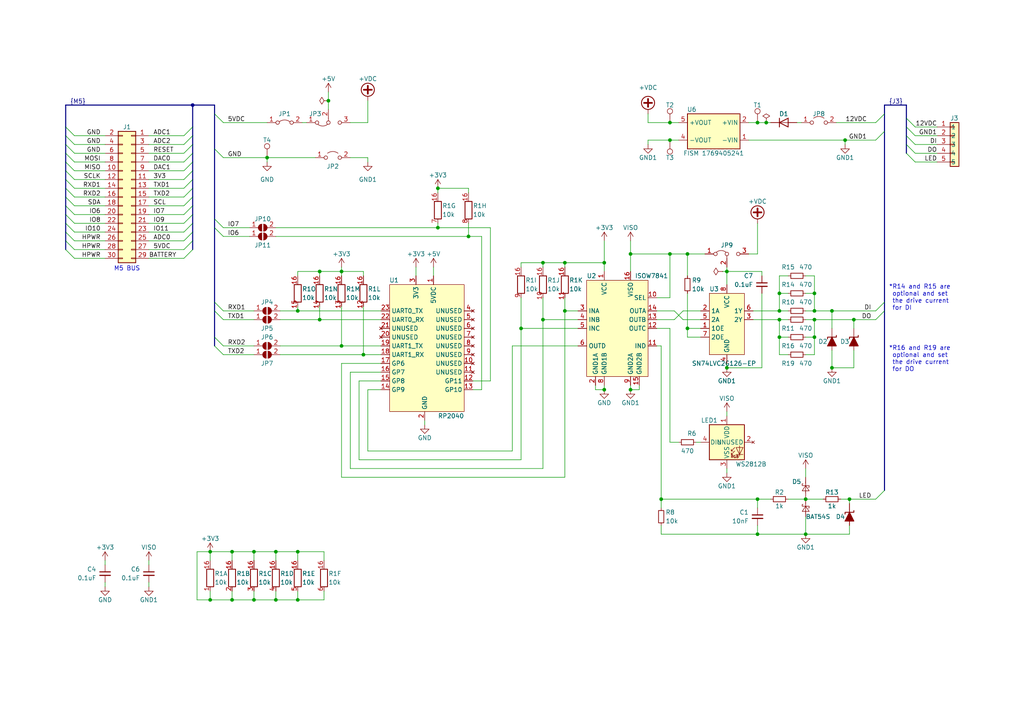
<source format=kicad_sch>
(kicad_sch (version 20230121) (generator eeschema)
  (paper "A4")
  (title_block (title "M5 Stack Wiegand Emulator") (rev "0"))
  (bus_alias "J3" (members "12VDC" "GND1" "DI" "DO" "LED"))
  (bus_alias "M5" (members "GND" "5VDC" "3V3" "BATTERY" "RESET" "RXD1" "TXD1" "RXD2" "TXD2" "ADC0" "ADC1" "ADC2" "DAC0" "DAC1" "MOSI" "MISO" "IO6" "IO8" "IO10" "IO7" "IO9" "IO11" "SCLK" "SDA" "HPWR" "SCL"))
  (junction (at 157.48 92.71))
  (junction (at 194.31 73.66))
  (junction (at 86.36 173.99))
  (junction (at 175.26 113.03))
  (junction (at 105.41 102.87))
  (junction (at 222.25 35.56))
  (junction (at 60.96 160.02))
  (junction (at 163.83 76.2))
  (junction (at 86.36 90.17))
  (junction (at 135.89 68.58))
  (junction (at 182.88 113.03))
  (junction (at 194.31 40.64))
  (junction (at 233.68 144.78))
  (junction (at 95.25 29.21))
  (junction (at 80.01 173.99))
  (junction (at 233.68 154.94))
  (junction (at 236.22 97.79))
  (junction (at 236.22 92.71))
  (junction (at 60.96 173.99))
  (junction (at 191.77 144.78))
  (junction (at 77.47 45.72))
  (junction (at 199.39 73.66))
  (junction (at 219.71 144.78))
  (junction (at 151.13 95.25))
  (junction (at 182.88 73.66))
  (junction (at 236.22 90.17))
  (junction (at 80.01 160.02))
  (junction (at 92.71 78.74))
  (junction (at 226.06 90.17))
  (junction (at 210.82 78.74))
  (junction (at 194.31 35.56))
  (junction (at 219.71 35.56))
  (junction (at 226.06 85.09))
  (junction (at 163.83 90.17))
  (junction (at 245.11 40.64))
  (junction (at 99.06 100.33))
  (junction (at 241.3 106.68))
  (junction (at 236.22 85.09))
  (junction (at 55.88 30.48))
  (junction (at 86.36 160.02))
  (junction (at 67.31 173.99))
  (junction (at 175.26 76.2))
  (junction (at 241.3 90.17))
  (junction (at 127 54.61))
  (junction (at 157.48 76.2))
  (junction (at 247.65 92.71))
  (junction (at 219.71 154.94))
  (junction (at 92.71 92.71))
  (junction (at 226.06 92.71))
  (junction (at 199.39 95.25))
  (junction (at 210.82 106.68))
  (junction (at 246.38 144.78))
  (junction (at 67.31 160.02))
  (junction (at 226.06 97.79))
  (junction (at 99.06 78.74))
  (junction (at 73.66 173.99))
  (junction (at 127 66.04))
  (junction (at 73.66 160.02))
  (bus_entry (at 19.05 44.45) (size 2.54 2.54))
  (bus_entry (at 62.23 63.5) (size 2.54 2.54))
  (bus_entry (at 19.05 49.53) (size 2.54 2.54))
  (bus_entry (at 19.05 72.39) (size 2.54 2.54))
  (bus_entry (at 262.89 34.29) (size 2.54 2.54))
  (bus_entry (at 262.89 36.83) (size 2.54 2.54))
  (bus_entry (at 55.88 52.07) (size -2.54 2.54))
  (bus_entry (at 19.05 57.15) (size 2.54 2.54))
  (bus_entry (at 256.54 38.1) (size -2.54 2.54))
  (bus_entry (at 55.88 54.61) (size -2.54 2.54))
  (bus_entry (at 19.05 52.07) (size 2.54 2.54))
  (bus_entry (at 55.88 67.31) (size -2.54 2.54))
  (bus_entry (at 55.88 49.53) (size -2.54 2.54))
  (bus_entry (at 62.23 66.04) (size 2.54 2.54))
  (bus_entry (at 256.54 33.02) (size -2.54 2.54))
  (bus_entry (at 55.88 72.39) (size -2.54 2.54))
  (bus_entry (at 19.05 62.23) (size 2.54 2.54))
  (bus_entry (at 19.05 41.91) (size 2.54 2.54))
  (bus_entry (at 19.05 36.83) (size 2.54 2.54))
  (bus_entry (at 19.05 59.69) (size 2.54 2.54))
  (bus_entry (at 55.88 44.45) (size -2.54 2.54))
  (bus_entry (at 256.54 90.17) (size -2.54 2.54))
  (bus_entry (at 262.89 41.91) (size 2.54 2.54))
  (bus_entry (at 62.23 97.79) (size 2.54 2.54))
  (bus_entry (at 55.88 59.69) (size -2.54 2.54))
  (bus_entry (at 19.05 64.77) (size 2.54 2.54))
  (bus_entry (at 55.88 64.77) (size -2.54 2.54))
  (bus_entry (at 55.88 69.85) (size -2.54 2.54))
  (bus_entry (at 19.05 67.31) (size 2.54 2.54))
  (bus_entry (at 256.54 87.63) (size -2.54 2.54))
  (bus_entry (at 55.88 57.15) (size -2.54 2.54))
  (bus_entry (at 62.23 100.33) (size 2.54 2.54))
  (bus_entry (at 19.05 54.61) (size 2.54 2.54))
  (bus_entry (at 62.23 33.02) (size 2.54 2.54))
  (bus_entry (at 262.89 39.37) (size 2.54 2.54))
  (bus_entry (at 55.88 41.91) (size -2.54 2.54))
  (bus_entry (at 55.88 36.83) (size -2.54 2.54))
  (bus_entry (at 55.88 62.23) (size -2.54 2.54))
  (bus_entry (at 55.88 46.99) (size -2.54 2.54))
  (bus_entry (at 256.54 142.24) (size -2.54 2.54))
  (bus_entry (at 62.23 43.18) (size 2.54 2.54))
  (bus_entry (at 62.23 90.17) (size 2.54 2.54))
  (bus_entry (at 62.23 87.63) (size 2.54 2.54))
  (bus_entry (at 262.89 44.45) (size 2.54 2.54))
  (bus_entry (at 19.05 39.37) (size 2.54 2.54))
  (bus_entry (at 19.05 69.85) (size 2.54 2.54))
  (bus_entry (at 19.05 46.99) (size 2.54 2.54))
  (bus_entry (at 55.88 39.37) (size -2.54 2.54))
  (wire (pts (xy 196.85 128.27) (xy 194.31 128.27)))
  (wire (pts (xy 86.36 78.74) (xy 92.71 78.74)))
  (wire (pts (xy 127 64.77) (xy 127 66.04)))
  (wire (pts (xy 21.59 62.23) (xy 30.48 62.23)))
  (wire (pts (xy 67.31 160.02) (xy 67.31 162.56)))
  (wire (pts (xy 236.22 97.79) (xy 236.22 92.71)))
  (wire (pts (xy 210.82 119.38) (xy 210.82 120.65)))
  (bus (pts (xy 55.88 44.45) (xy 55.88 46.99)))
  (wire (pts (xy 135.89 54.61) (xy 127 54.61)))
  (wire (pts (xy 21.59 57.15) (xy 30.48 57.15)))
  (wire (pts (xy 106.68 45.72) (xy 106.68 46.99)))
  (wire (pts (xy 43.18 62.23) (xy 53.34 62.23)))
  (wire (pts (xy 151.13 76.2) (xy 157.48 76.2)))
  (bus (pts (xy 262.89 36.83) (xy 262.89 34.29)))
  (wire (pts (xy 43.18 52.07) (xy 53.34 52.07)))
  (wire (pts (xy 73.66 160.02) (xy 73.66 162.56)))
  (wire (pts (xy 198.12 92.71) (xy 203.2 92.71)))
  (wire (pts (xy 190.5 95.25) (xy 194.31 95.25)))
  (bus (pts (xy 19.05 57.15) (xy 19.05 59.69)))
  (wire (pts (xy 21.59 49.53) (xy 30.48 49.53)))
  (wire (pts (xy 172.72 111.76) (xy 172.72 113.03)))
  (wire (pts (xy 199.39 95.25) (xy 203.2 95.25)))
  (wire (pts (xy 199.39 73.66) (xy 204.47 73.66)))
  (wire (pts (xy 241.3 106.68) (xy 247.65 106.68)))
  (wire (pts (xy 241.3 90.17) (xy 241.3 95.25)))
  (wire (pts (xy 163.83 86.36) (xy 163.83 90.17)))
  (bus (pts (xy 62.23 66.04) (xy 62.23 87.63)))
  (wire (pts (xy 43.18 41.91) (xy 53.34 41.91)))
  (bus (pts (xy 62.23 33.02) (xy 62.23 43.18)))
  (wire (pts (xy 246.38 152.4) (xy 246.38 154.94)))
  (wire (pts (xy 218.44 92.71) (xy 226.06 92.71)))
  (wire (pts (xy 93.98 171.45) (xy 93.98 173.99)))
  (wire (pts (xy 60.96 160.02) (xy 60.96 162.56)))
  (wire (pts (xy 226.06 102.87) (xy 226.06 97.79)))
  (wire (pts (xy 199.39 97.79) (xy 199.39 95.25)))
  (wire (pts (xy 99.06 138.43) (xy 99.06 105.41)))
  (wire (pts (xy 151.13 76.2) (xy 151.13 77.47)))
  (wire (pts (xy 217.17 40.64) (xy 245.11 40.64)))
  (bus (pts (xy 55.88 59.69) (xy 55.88 57.15)))
  (bus (pts (xy 256.54 38.1) (xy 256.54 87.63)))
  (wire (pts (xy 43.18 44.45) (xy 53.34 44.45)))
  (wire (pts (xy 220.98 106.68) (xy 210.82 106.68)))
  (wire (pts (xy 228.6 80.01) (xy 226.06 80.01)))
  (wire (pts (xy 157.48 135.89) (xy 101.6 135.89)))
  (wire (pts (xy 198.12 90.17) (xy 195.58 92.71)))
  (wire (pts (xy 157.48 86.36) (xy 157.48 92.71)))
  (wire (pts (xy 80.01 66.04) (xy 127 66.04)))
  (bus (pts (xy 55.88 30.48) (xy 55.88 36.83)))
  (wire (pts (xy 196.85 40.64) (xy 194.31 40.64)))
  (wire (pts (xy 106.68 130.81) (xy 148.59 130.81)))
  (wire (pts (xy 187.96 35.56) (xy 194.31 35.56)))
  (wire (pts (xy 99.06 105.41) (xy 110.49 105.41)))
  (wire (pts (xy 217.17 35.56) (xy 219.71 35.56)))
  (wire (pts (xy 81.28 92.71) (xy 92.71 92.71)))
  (wire (pts (xy 219.71 73.66) (xy 219.71 64.77)))
  (wire (pts (xy 265.43 39.37) (xy 271.78 39.37)))
  (wire (pts (xy 43.18 74.93) (xy 53.34 74.93)))
  (wire (pts (xy 187.96 33.02) (xy 187.96 35.56)))
  (wire (pts (xy 247.65 101.6) (xy 247.65 106.68)))
  (bus (pts (xy 19.05 54.61) (xy 19.05 57.15)))
  (bus (pts (xy 19.05 36.83) (xy 19.05 39.37)))
  (wire (pts (xy 21.59 44.45) (xy 30.48 44.45)))
  (wire (pts (xy 175.26 69.85) (xy 175.26 76.2)))
  (wire (pts (xy 73.66 173.99) (xy 80.01 173.99)))
  (wire (pts (xy 231.14 35.56) (xy 232.41 35.56)))
  (wire (pts (xy 21.59 59.69) (xy 30.48 59.69)))
  (wire (pts (xy 163.83 138.43) (xy 99.06 138.43)))
  (wire (pts (xy 241.3 90.17) (xy 254 90.17)))
  (wire (pts (xy 43.18 59.69) (xy 53.34 59.69)))
  (wire (pts (xy 157.48 92.71) (xy 157.48 135.89)))
  (wire (pts (xy 265.43 41.91) (xy 271.78 41.91)))
  (wire (pts (xy 220.98 78.74) (xy 220.98 80.01)))
  (wire (pts (xy 99.06 78.74) (xy 99.06 80.01)))
  (wire (pts (xy 219.71 35.56) (xy 222.25 35.56)))
  (wire (pts (xy 104.14 133.35) (xy 104.14 110.49)))
  (wire (pts (xy 199.39 85.09) (xy 199.39 95.25)))
  (wire (pts (xy 265.43 46.99) (xy 271.78 46.99)))
  (wire (pts (xy 73.66 173.99) (xy 67.31 173.99)))
  (wire (pts (xy 80.01 162.56) (xy 80.01 160.02)))
  (wire (pts (xy 233.68 97.79) (xy 236.22 97.79)))
  (wire (pts (xy 191.77 144.78) (xy 191.77 147.32)))
  (wire (pts (xy 201.93 128.27) (xy 203.2 128.27)))
  (wire (pts (xy 191.77 144.78) (xy 219.71 144.78)))
  (wire (pts (xy 104.14 110.49) (xy 110.49 110.49)))
  (wire (pts (xy 151.13 86.36) (xy 151.13 95.25)))
  (wire (pts (xy 182.88 113.03) (xy 185.42 113.03)))
  (wire (pts (xy 191.77 152.4) (xy 191.77 154.94)))
  (wire (pts (xy 182.88 69.85) (xy 182.88 73.66)))
  (wire (pts (xy 233.68 149.86) (xy 233.68 154.94)))
  (wire (pts (xy 21.59 64.77) (xy 30.48 64.77)))
  (wire (pts (xy 246.38 154.94) (xy 233.68 154.94)))
  (wire (pts (xy 87.63 35.56) (xy 88.9 35.56)))
  (wire (pts (xy 163.83 90.17) (xy 167.64 90.17)))
  (bus (pts (xy 256.54 33.02) (xy 256.54 38.1)))
  (wire (pts (xy 190.5 86.36) (xy 194.31 86.36)))
  (wire (pts (xy 21.59 41.91) (xy 30.48 41.91)))
  (wire (pts (xy 86.36 160.02) (xy 80.01 160.02)))
  (wire (pts (xy 175.26 111.76) (xy 175.26 113.03)))
  (wire (pts (xy 64.77 68.58) (xy 72.39 68.58)))
  (bus (pts (xy 19.05 49.53) (xy 19.05 52.07)))
  (bus (pts (xy 55.88 64.77) (xy 55.88 67.31)))
  (wire (pts (xy 236.22 92.71) (xy 247.65 92.71)))
  (wire (pts (xy 43.18 64.77) (xy 53.34 64.77)))
  (wire (pts (xy 142.24 66.04) (xy 142.24 110.49)))
  (wire (pts (xy 236.22 90.17) (xy 241.3 90.17)))
  (wire (pts (xy 95.25 26.67) (xy 95.25 29.21)))
  (wire (pts (xy 73.66 171.45) (xy 73.66 173.99)))
  (wire (pts (xy 219.71 152.4) (xy 219.71 154.94)))
  (wire (pts (xy 194.31 35.56) (xy 196.85 35.56)))
  (wire (pts (xy 93.98 160.02) (xy 86.36 160.02)))
  (wire (pts (xy 64.77 66.04) (xy 72.39 66.04)))
  (wire (pts (xy 233.68 90.17) (xy 236.22 90.17)))
  (bus (pts (xy 19.05 64.77) (xy 19.05 67.31)))
  (wire (pts (xy 226.06 85.09) (xy 226.06 90.17)))
  (wire (pts (xy 233.68 135.89) (xy 233.68 138.43)))
  (wire (pts (xy 236.22 80.01) (xy 236.22 85.09)))
  (bus (pts (xy 19.05 62.23) (xy 19.05 64.77)))
  (wire (pts (xy 57.15 160.02) (xy 60.96 160.02)))
  (wire (pts (xy 43.18 49.53) (xy 53.34 49.53)))
  (wire (pts (xy 43.18 39.37) (xy 53.34 39.37)))
  (wire (pts (xy 43.18 72.39) (xy 53.34 72.39)))
  (wire (pts (xy 219.71 154.94) (xy 233.68 154.94)))
  (bus (pts (xy 19.05 44.45) (xy 19.05 46.99)))
  (wire (pts (xy 194.31 95.25) (xy 194.31 128.27)))
  (wire (pts (xy 92.71 88.9) (xy 92.71 92.71)))
  (wire (pts (xy 241.3 101.6) (xy 241.3 106.68)))
  (wire (pts (xy 182.88 111.76) (xy 182.88 113.03)))
  (wire (pts (xy 148.59 100.33) (xy 167.64 100.33)))
  (wire (pts (xy 210.82 105.41) (xy 210.82 106.68)))
  (bus (pts (xy 62.23 63.5) (xy 62.23 66.04)))
  (bus (pts (xy 256.54 30.48) (xy 256.54 33.02)))
  (bus (pts (xy 55.88 52.07) (xy 55.88 49.53)))
  (wire (pts (xy 92.71 78.74) (xy 92.71 80.01)))
  (wire (pts (xy 86.36 90.17) (xy 110.49 90.17)))
  (wire (pts (xy 105.41 88.9) (xy 105.41 102.87)))
  (wire (pts (xy 226.06 80.01) (xy 226.06 85.09)))
  (wire (pts (xy 191.77 154.94) (xy 219.71 154.94)))
  (wire (pts (xy 95.25 29.21) (xy 95.25 31.75)))
  (wire (pts (xy 92.71 78.74) (xy 99.06 78.74)))
  (wire (pts (xy 21.59 39.37) (xy 30.48 39.37)))
  (wire (pts (xy 185.42 111.76) (xy 185.42 113.03)))
  (bus (pts (xy 256.54 90.17) (xy 256.54 142.24)))
  (wire (pts (xy 233.68 80.01) (xy 236.22 80.01)))
  (wire (pts (xy 77.47 45.72) (xy 77.47 46.99)))
  (wire (pts (xy 233.68 85.09) (xy 236.22 85.09)))
  (wire (pts (xy 219.71 144.78) (xy 219.71 147.32)))
  (bus (pts (xy 19.05 46.99) (xy 19.05 49.53)))
  (wire (pts (xy 182.88 73.66) (xy 194.31 73.66)))
  (wire (pts (xy 194.31 73.66) (xy 194.31 86.36)))
  (wire (pts (xy 30.48 168.91) (xy 30.48 170.18)))
  (wire (pts (xy 57.15 173.99) (xy 57.15 160.02)))
  (wire (pts (xy 210.82 78.74) (xy 220.98 78.74)))
  (wire (pts (xy 67.31 160.02) (xy 60.96 160.02)))
  (wire (pts (xy 81.28 90.17) (xy 86.36 90.17)))
  (bus (pts (xy 262.89 41.91) (xy 262.89 39.37)))
  (wire (pts (xy 265.43 36.83) (xy 271.78 36.83)))
  (wire (pts (xy 99.06 77.47) (xy 99.06 78.74)))
  (bus (pts (xy 55.88 64.77) (xy 55.88 62.23)))
  (wire (pts (xy 101.6 35.56) (xy 106.68 35.56)))
  (wire (pts (xy 218.44 90.17) (xy 226.06 90.17)))
  (wire (pts (xy 77.47 45.72) (xy 91.44 45.72)))
  (wire (pts (xy 151.13 95.25) (xy 151.13 133.35)))
  (wire (pts (xy 101.6 135.89) (xy 101.6 107.95)))
  (wire (pts (xy 243.84 144.78) (xy 246.38 144.78)))
  (bus (pts (xy 55.88 67.31) (xy 55.88 69.85)))
  (wire (pts (xy 228.6 144.78) (xy 233.68 144.78)))
  (wire (pts (xy 199.39 73.66) (xy 199.39 80.01)))
  (wire (pts (xy 226.06 97.79) (xy 226.06 92.71)))
  (bus (pts (xy 62.23 90.17) (xy 62.23 87.63)))
  (bus (pts (xy 19.05 39.37) (xy 19.05 41.91)))
  (bus (pts (xy 55.88 54.61) (xy 55.88 57.15)))
  (wire (pts (xy 151.13 133.35) (xy 104.14 133.35)))
  (wire (pts (xy 123.19 121.92) (xy 123.19 123.19)))
  (wire (pts (xy 191.77 100.33) (xy 190.5 100.33)))
  (bus (pts (xy 256.54 87.63) (xy 256.54 90.17)))
  (bus (pts (xy 256.54 30.48) (xy 262.89 30.48)))
  (wire (pts (xy 157.48 76.2) (xy 163.83 76.2)))
  (bus (pts (xy 55.88 41.91) (xy 55.88 44.45)))
  (wire (pts (xy 21.59 46.99) (xy 30.48 46.99)))
  (wire (pts (xy 43.18 57.15) (xy 53.34 57.15)))
  (wire (pts (xy 105.41 102.87) (xy 110.49 102.87)))
  (wire (pts (xy 163.83 76.2) (xy 175.26 76.2)))
  (wire (pts (xy 86.36 173.99) (xy 93.98 173.99)))
  (wire (pts (xy 93.98 162.56) (xy 93.98 160.02)))
  (wire (pts (xy 43.18 67.31) (xy 53.34 67.31)))
  (wire (pts (xy 236.22 85.09) (xy 236.22 90.17)))
  (wire (pts (xy 220.98 85.09) (xy 220.98 106.68)))
  (wire (pts (xy 64.77 100.33) (xy 73.66 100.33)))
  (wire (pts (xy 187.96 40.64) (xy 187.96 41.91)))
  (wire (pts (xy 120.65 77.47) (xy 120.65 80.01)))
  (bus (pts (xy 55.88 30.48) (xy 62.23 30.48)))
  (wire (pts (xy 233.68 144.78) (xy 238.76 144.78)))
  (bus (pts (xy 62.23 100.33) (xy 62.23 97.79)))
  (bus (pts (xy 55.88 39.37) (xy 55.88 41.91)))
  (wire (pts (xy 101.6 45.72) (xy 106.68 45.72)))
  (wire (pts (xy 64.77 92.71) (xy 73.66 92.71)))
  (wire (pts (xy 247.65 92.71) (xy 247.65 95.25)))
  (wire (pts (xy 99.06 88.9) (xy 99.06 100.33)))
  (wire (pts (xy 64.77 90.17) (xy 73.66 90.17)))
  (wire (pts (xy 172.72 113.03) (xy 175.26 113.03)))
  (wire (pts (xy 67.31 173.99) (xy 60.96 173.99)))
  (wire (pts (xy 246.38 144.78) (xy 246.38 146.05)))
  (bus (pts (xy 19.05 59.69) (xy 19.05 62.23)))
  (wire (pts (xy 190.5 92.71) (xy 195.58 92.71)))
  (wire (pts (xy 139.7 113.03) (xy 137.16 113.03)))
  (bus (pts (xy 62.23 30.48) (xy 62.23 33.02)))
  (wire (pts (xy 80.01 68.58) (xy 135.89 68.58)))
  (wire (pts (xy 127 66.04) (xy 142.24 66.04)))
  (wire (pts (xy 198.12 90.17) (xy 203.2 90.17)))
  (wire (pts (xy 101.6 107.95) (xy 110.49 107.95)))
  (wire (pts (xy 43.18 162.56) (xy 43.18 163.83)))
  (wire (pts (xy 80.01 171.45) (xy 80.01 173.99)))
  (wire (pts (xy 92.71 92.71) (xy 110.49 92.71)))
  (wire (pts (xy 21.59 67.31) (xy 30.48 67.31)))
  (wire (pts (xy 139.7 68.58) (xy 139.7 113.03)))
  (bus (pts (xy 262.89 34.29) (xy 262.89 30.48)))
  (wire (pts (xy 86.36 160.02) (xy 86.36 162.56)))
  (bus (pts (xy 55.88 54.61) (xy 55.88 52.07)))
  (wire (pts (xy 226.06 92.71) (xy 228.6 92.71)))
  (wire (pts (xy 80.01 173.99) (xy 86.36 173.99)))
  (wire (pts (xy 81.28 100.33) (xy 99.06 100.33)))
  (wire (pts (xy 142.24 110.49) (xy 137.16 110.49)))
  (wire (pts (xy 148.59 130.81) (xy 148.59 100.33)))
  (bus (pts (xy 19.05 52.07) (xy 19.05 54.61)))
  (wire (pts (xy 21.59 54.61) (xy 30.48 54.61)))
  (bus (pts (xy 55.88 46.99) (xy 55.88 49.53)))
  (wire (pts (xy 210.82 77.47) (xy 210.82 78.74)))
  (wire (pts (xy 64.77 102.87) (xy 73.66 102.87)))
  (wire (pts (xy 187.96 40.64) (xy 194.31 40.64)))
  (bus (pts (xy 55.88 69.85) (xy 55.88 72.39)))
  (bus (pts (xy 262.89 44.45) (xy 262.89 41.91)))
  (bus (pts (xy 55.88 36.83) (xy 55.88 39.37)))
  (wire (pts (xy 105.41 78.74) (xy 99.06 78.74)))
  (wire (pts (xy 245.11 40.64) (xy 254 40.64)))
  (wire (pts (xy 135.89 54.61) (xy 135.89 55.88)))
  (bus (pts (xy 19.05 30.48) (xy 55.88 30.48)))
  (wire (pts (xy 245.11 40.64) (xy 245.11 41.91)))
  (bus (pts (xy 55.88 62.23) (xy 55.88 59.69)))
  (wire (pts (xy 194.31 73.66) (xy 199.39 73.66)))
  (wire (pts (xy 135.89 64.77) (xy 135.89 68.58)))
  (wire (pts (xy 219.71 144.78) (xy 223.52 144.78)))
  (wire (pts (xy 265.43 44.45) (xy 271.78 44.45)))
  (wire (pts (xy 43.18 168.91) (xy 43.18 170.18)))
  (wire (pts (xy 60.96 173.99) (xy 57.15 173.99)))
  (wire (pts (xy 21.59 72.39) (xy 30.48 72.39)))
  (wire (pts (xy 21.59 52.07) (xy 30.48 52.07)))
  (wire (pts (xy 80.01 160.02) (xy 73.66 160.02)))
  (wire (pts (xy 157.48 92.71) (xy 167.64 92.71)))
  (wire (pts (xy 43.18 46.99) (xy 53.34 46.99)))
  (wire (pts (xy 106.68 35.56) (xy 106.68 29.21)))
  (wire (pts (xy 127 54.61) (xy 127 55.88)))
  (wire (pts (xy 86.36 171.45) (xy 86.36 173.99)))
  (wire (pts (xy 60.96 171.45) (xy 60.96 173.99)))
  (wire (pts (xy 105.41 78.74) (xy 105.41 80.01)))
  (bus (pts (xy 19.05 41.91) (xy 19.05 44.45)))
  (wire (pts (xy 106.68 113.03) (xy 106.68 130.81)))
  (wire (pts (xy 222.25 35.56) (xy 223.52 35.56)))
  (wire (pts (xy 219.71 73.66) (xy 217.17 73.66)))
  (wire (pts (xy 86.36 88.9) (xy 86.36 90.17)))
  (wire (pts (xy 210.82 78.74) (xy 210.82 82.55)))
  (wire (pts (xy 199.39 97.79) (xy 203.2 97.79)))
  (wire (pts (xy 226.06 90.17) (xy 228.6 90.17)))
  (wire (pts (xy 81.28 102.87) (xy 105.41 102.87)))
  (wire (pts (xy 226.06 85.09) (xy 228.6 85.09)))
  (wire (pts (xy 210.82 135.89) (xy 210.82 137.16)))
  (wire (pts (xy 30.48 162.56) (xy 30.48 163.83)))
  (bus (pts (xy 19.05 30.48) (xy 19.05 36.83)))
  (wire (pts (xy 99.06 100.33) (xy 110.49 100.33)))
  (wire (pts (xy 21.59 69.85) (xy 30.48 69.85)))
  (wire (pts (xy 195.58 90.17) (xy 198.12 92.71)))
  (wire (pts (xy 228.6 97.79) (xy 226.06 97.79)))
  (wire (pts (xy 182.88 73.66) (xy 182.88 78.74)))
  (wire (pts (xy 64.77 45.72) (xy 77.47 45.72)))
  (wire (pts (xy 236.22 102.87) (xy 236.22 97.79)))
  (wire (pts (xy 151.13 95.25) (xy 167.64 95.25)))
  (wire (pts (xy 246.38 144.78) (xy 254 144.78)))
  (wire (pts (xy 125.73 77.47) (xy 125.73 80.01)))
  (wire (pts (xy 209.55 78.74) (xy 210.82 78.74)))
  (wire (pts (xy 64.77 35.56) (xy 77.47 35.56)))
  (bus (pts (xy 62.23 97.79) (xy 62.23 90.17)))
  (wire (pts (xy 228.6 102.87) (xy 226.06 102.87)))
  (wire (pts (xy 73.66 160.02) (xy 67.31 160.02)))
  (wire (pts (xy 233.68 102.87) (xy 236.22 102.87)))
  (wire (pts (xy 43.18 69.85) (xy 53.34 69.85)))
  (wire (pts (xy 157.48 76.2) (xy 157.48 77.47)))
  (wire (pts (xy 233.68 92.71) (xy 236.22 92.71)))
  (wire (pts (xy 247.65 92.71) (xy 254 92.71)))
  (wire (pts (xy 175.26 76.2) (xy 175.26 78.74)))
  (bus (pts (xy 262.89 39.37) (xy 262.89 36.83)))
  (wire (pts (xy 163.83 90.17) (xy 163.83 138.43)))
  (wire (pts (xy 110.49 113.03) (xy 106.68 113.03)))
  (wire (pts (xy 43.18 54.61) (xy 53.34 54.61)))
  (wire (pts (xy 135.89 68.58) (xy 139.7 68.58)))
  (wire (pts (xy 67.31 171.45) (xy 67.31 173.99)))
  (bus (pts (xy 62.23 43.18) (xy 62.23 63.5)))
  (wire (pts (xy 21.59 74.93) (xy 30.48 74.93)))
  (wire (pts (xy 242.57 35.56) (xy 254 35.56)))
  (wire (pts (xy 86.36 78.74) (xy 86.36 80.01)))
  (wire (pts (xy 163.83 76.2) (xy 163.83 77.47)))
  (bus (pts (xy 19.05 67.31) (xy 19.05 69.85)))
  (wire (pts (xy 191.77 100.33) (xy 191.77 144.78)))
  (wire (pts (xy 190.5 90.17) (xy 195.58 90.17)))
  (bus (pts (xy 19.05 69.85) (xy 19.05 72.39)))
  (text "*R14 and R15 are\n optional and set\n the drive current\n for DI" (at 257.81 90.17 0) (effects (font (size 1.27 1.27)) (justify left bottom)))
  (text "*R16 and R19 are\n optional and set\n the drive current\n for DO" (at 257.81 107.95 0) (effects (font (size 1.27 1.27)) (justify left bottom)))
  (text "M5 BUS" (at 33.02 78.74 0) (effects (font (size 1.27 1.27)) (justify left bottom)))
  (label "TXD1" (at 66.04 92.71 0))
  (label "TXD1" (at 44.45 54.61 0))
  (label "{M5}" (at 20.32 30.48 0))
  (label "HPWR" (at 29.21 72.39 180))
  (label "RXD2" (at 29.21 57.15 180))
  (label "GND" (at 29.21 44.45 180))
  (label "IO7" (at 44.45 62.23 0))
  (label "DI" (at 271.78 41.91 180))
  (label "RESET" (at 44.45 44.45 0))
  (label "TXD2" (at 44.45 57.15 0))
  (label "IO8" (at 29.21 64.77 180))
  (label "DAC0" (at 44.45 46.99 0))
  (label "LED" (at 271.78 46.99 180))
  (label "IO6" (at 29.21 62.23 180))
  (label "SCL" (at 44.45 59.69 0))
  (label "RXD1" (at 29.21 54.61 180))
  (label "DAC1" (at 44.45 49.53 0))
  (label "5VDC" (at 66.04 35.56 0))
  (label "12VDC" (at 251.46 35.56 180))
  (label "GND" (at 29.21 39.37 180))
  (label "5VDC" (at 44.45 72.39 0))
  (label "{J3}" (at 257.81 30.48 0))
  (label "RXD2" (at 66.04 100.33 0))
  (label "ADC1" (at 44.45 39.37 0))
  (label "TXD2" (at 66.04 102.87 0))
  (label "HPWR" (at 29.21 74.93 180))
  (label "LED" (at 252.73 144.78 180))
  (label "GND1" (at 271.78 39.37 180))
  (label "HPWR" (at 29.21 69.85 180))
  (label "GND1" (at 251.46 40.64 180))
  (label "SCLK" (at 29.21 52.07 180))
  (label "DI" (at 252.73 90.17 180))
  (label "IO7" (at 66.04 66.04 0))
  (label "IO10" (at 29.21 67.31 180))
  (label "MISO" (at 29.21 49.53 180))
  (label "ADC2" (at 44.45 41.91 0))
  (label "DO" (at 252.73 92.71 180))
  (label "GND" (at 29.21 41.91 180))
  (label "MOSI" (at 29.21 46.99 180))
  (label "GND" (at 66.04 45.72 0))
  (label "SDA" (at 29.21 59.69 180))
  (label "IO6" (at 66.04 68.58 0))
  (label "IO9" (at 44.45 64.77 0))
  (label "ADC0" (at 44.45 69.85 0))
  (label "RXD1" (at 66.04 90.17 0))
  (label "12VDC" (at 271.78 36.83 180))
  (label "3V3" (at 44.45 52.07 0))
  (label "DO" (at 271.78 44.45 180))
  (label "BATTERY" (at 43.18 74.93 0))
  (label "IO11" (at 44.45 67.31 0))
  (symbol (lib_id "uhppoted:EXB-Q16P103J_Split") (at 73.66 167.64 0) (unit 3)
    (property "Reference" "R1" (at 74.93 166.37 0) (effects (justify left)))
    (property "Value" "10k" (at 74.93 168.91 0) (effects (justify left)))
    (property "Footprint" "uhppoted:EXB-Q16P103J" (effects hide))
    (property "Datasheet" "https://industrial.panasonic.com/cdbs/www-data/pdf/AOC0000/AOC0000C12.pdf" (effects hide))
  )
  (symbol (lib_id "uhppoted:EXB-Q16P103J_Split") (at 93.98 167.64 0) (unit 6)
    (property "Reference" "R1" (at 95.25 166.37 0) (effects (justify left)))
    (property "Value" "10k" (at 95.25 168.91 0) (effects (justify left)))
    (property "Footprint" "uhppoted:EXB-Q16P103J" (effects hide))
    (property "Datasheet" "https://industrial.panasonic.com/cdbs/www-data/pdf/AOC0000/AOC0000C12.pdf" (effects hide))
  )
  (symbol (lib_id "uhppoted:VISO") (at 233.68 135.89 0) (unit 1)
    (property "Reference" "#PWR026" (effects hide))
    (property "Value" "VISO" (at 233.68 132.08 0))
  )
  (symbol (lib_id "Device:D") (at 227.33 35.56 0) (unit 1)
    (property "Reference" "D1" (at 227.33 33.02 0))
    (property "Value" "GF1A" (effects hide))
    (property "Footprint" "uhppoted:DIODE_DO-214BA" (effects hide))
    (property "Datasheet" "https://www.vishay.com/docs/98394/gf1a_gf1b_gf1d_gf1g_gf1j_gf1k_gf1m.pdf" (effects hide))
    (property "Sim.Device" "D" (effects hide))
    (property "Sim.Pins" "1=K 2=A" (effects hide))
  )
  (symbol (lib_id "Jumper:SolderJumper_2_Open") (at 76.2 68.58 0) (mirror x) (unit 1) (in_bom no)
    (property "Reference" "JP11" (at 76.2 71.12 0))
    (property "Value" "Jumper:SolderJumper_2_Open" (effects hide))
    (property "Footprint" "Jumper:SolderJumper-2_P1.3mm_Open_RoundedPad1.0x1.5mm" (effects hide))
  )
  (symbol (lib_id "power:GND1") (at 233.68 154.94 0) (unit 1)
    (property "Reference" "#PWR025" (effects hide))
    (property "Value" "GND1" (at 233.68 158.75 0))
  )
  (symbol (lib_id "uhppoted:EXB-Q16P103J_Split") (at 99.06 85.09 0) (unit 13)
    (property "Reference" "R1" (at 100.33 83.82 0) (effects (justify left)))
    (property "Value" "10k" (at 100.33 86.36 0) (effects (justify left)))
    (property "Footprint" "uhppoted:EXB-Q16P103J" (effects hide))
    (property "Datasheet" "https://industrial.panasonic.com/cdbs/www-data/pdf/AOC0000/AOC0000C12.pdf" (effects hide))
  )
  (symbol (lib_id "Device:C_Small") (at 43.18 166.37 0) (mirror y) (unit 1)
    (property "Reference" "C6" (at 40.64 165.1 0) (effects (justify left)))
    (property "Value" "0.1uF" (at 40.64 167.64 0) (effects (justify left)))
    (property "Footprint" "Capacitor_SMD:C_0805_2012Metric_Pad1.18x1.45mm_HandSolder" (effects hide))
  )
  (symbol (lib_id "uhppoted:WS2812B") (at 210.82 128.27 0) (unit 1)
    (property "Reference" "LED1" (at 205.74 121.92 0))
    (property "Value" "WS2812B" (at 213.36 134.62 0) (effects (justify left)))
    (property "Footprint" "LED_SMD:LED_WS2812B_PLCC4_5.0x5.0mm_P3.2mm" (effects hide))
    (property "Datasheet" "https://cdn-shop.adafruit.com/datasheets/WS2812B.pdf" (effects hide))
    (pin "2" (alternate "UNUSED"))
  )
  (symbol (lib_id "power:GND") (at 30.48 170.18 0) (unit 1)
    (property "Reference" "#PWR017" (effects hide))
    (property "Value" "GND" (at 30.48 173.99 0))
  )
  (symbol (lib_id "uhppoted:Molex 532610571") (at 270.51 36.83 0) (unit 1)
    (property "Reference" "J3" (at 275.59 34.29 0) (effects (justify left)))
    (property "Value" "1x5 female" (effects hide))
    (property "Footprint" "uhppoted:Molex 532610571" (effects hide))
    (property "Datasheet" "https://www.molex.com/en-us/products/part-detail/532610571" (effects hide))
  )
  (symbol (lib_id "uhppoted:EXB-Q16P103J_Split") (at 86.36 167.64 0) (unit 5)
    (property "Reference" "R1" (at 87.63 166.37 0) (effects (justify left)))
    (property "Value" "10k" (at 87.63 168.91 0) (effects (justify left)))
    (property "Footprint" "uhppoted:EXB-Q16P103J" (effects hide))
    (property "Datasheet" "https://industrial.panasonic.com/cdbs/www-data/pdf/AOC0000/AOC0000C12.pdf" (effects hide))
  )
  (symbol (lib_id "uhppoted:EXB-Q16P103J_Split") (at 135.89 60.96 0) (unit 8)
    (property "Reference" "R1" (at 137.16 59.69 0) (effects (justify left)))
    (property "Value" "10k" (at 137.16 62.23 0) (effects (justify left)))
    (property "Footprint" "uhppoted:EXB-Q16P103J" (effects hide))
    (property "Datasheet" "https://industrial.panasonic.com/cdbs/www-data/pdf/AOC0000/AOC0000C12.pdf" (effects hide))
  )
  (symbol (lib_id "Jumper:Jumper_2_Bridged") (at 82.55 35.56 0) (unit 1)
    (property "Reference" "JP1" (at 82.55 33.02 0))
    (property "Value" "Jumper_2_Bridged" (effects hide))
    (property "Footprint" "Connector_PinHeader_1.27mm:PinHeader_1x02_P1.27mm_Vertical" (effects hide))
  )
  (symbol (lib_id "uhppoted:EXB-Q16P103J_Split") (at 127 60.96 0) (unit 7)
    (property "Reference" "R1" (at 128.27 59.69 0) (effects (justify left)))
    (property "Value" "10k" (at 128.27 62.23 0) (effects (justify left)))
    (property "Footprint" "uhppoted:EXB-Q16P103J" (effects hide))
    (property "Datasheet" "https://industrial.panasonic.com/cdbs/www-data/pdf/AOC0000/AOC0000C12.pdf" (effects hide))
  )
  (symbol (lib_id "power:+3V3") (at 127 54.61 0) (unit 1)
    (property "Reference" "#PWR027" (effects hide))
    (property "Value" "+3V3" (at 127 50.8 0))
  )
  (symbol (lib_id "power:GND1") (at 187.96 41.91 0) (unit 1)
    (property "Reference" "#PWR020" (effects hide))
    (property "Value" "GND1" (at 187.96 45.72 0))
  )
  (symbol (lib_id "uhppoted:EXB-Q16P103J_Split") (at 157.48 82.55 0) (unit 10)
    (property "Reference" "R1" (at 158.75 81.28 0) (effects (justify left)))
    (property "Value" "10k" (at 158.75 83.82 0) (effects (justify left)))
    (property "Footprint" "uhppoted:EXB-Q16P103J" (effects hide))
    (property "Datasheet" "https://industrial.panasonic.com/cdbs/www-data/pdf/AOC0000/AOC0000C12.pdf" (effects hide))
  )
  (symbol (lib_id "uhppoted:EXB-Q16P103J_Split") (at 67.31 167.64 0) (unit 2)
    (property "Reference" "R1" (at 68.58 166.37 0) (effects (justify left)))
    (property "Value" "10k" (at 68.58 168.91 0) (effects (justify left)))
    (property "Footprint" "uhppoted:EXB-Q16P103J" (effects hide))
    (property "Datasheet" "https://industrial.panasonic.com/cdbs/www-data/pdf/AOC0000/AOC0000C12.pdf" (effects hide))
  )
  (symbol (lib_id "uhppoted:FISM 1769405241") (at 207.01 38.1 0) (mirror y) (unit 1)
    (property "Reference" "U6" (at 200.66 31.75 0))
    (property "Value" "FISM 1769405241" (at 207.01 44.45 0))
    (property "Footprint" "uhppoted:WPME-FISM_SMT-8_1769205241" (effects hide))
    (property "Datasheet" "https://www.we-online.com/components/products/datasheet/1769405241.pdf" (effects hide))
  )
  (symbol (lib_id "Device:C_Small") (at 30.48 166.37 0) (mirror y) (unit 1)
    (property "Reference" "C4" (at 27.94 165.1 0) (effects (justify left)))
    (property "Value" "0.1uF" (at 27.94 167.64 0) (effects (justify left)))
    (property "Footprint" "Capacitor_SMD:C_0805_2012Metric_Pad1.18x1.45mm_HandSolder" (effects hide))
  )
  (symbol (lib_id "power:GND") (at 175.26 113.03 0) (unit 1)
    (property "Reference" "#PWR014" (effects hide))
    (property "Value" "GND" (at 175.26 116.84 0))
  )
  (symbol (lib_id "power:GND") (at 77.47 46.99 0) (unit 1)
    (property "Reference" "#PWR05" (effects hide))
    (property "Value" "GND" (at 77.47 52.07 0))
  )
  (symbol (lib_id "power:+3V3") (at 30.48 162.56 0) (unit 1)
    (property "Reference" "#PWR015" (effects hide))
    (property "Value" "+3V3" (at 30.48 158.75 0))
  )
  (symbol (lib_id "Jumper:Jumper_2_Open") (at 96.52 45.72 0) (unit 1)
    (property "Reference" "JP2" (at 96.52 48.26 0))
    (property "Value" "Jumper_2_Bridged" (effects hide))
    (property "Footprint" "Connector_PinHeader_1.27mm:PinHeader_1x02_P1.27mm_Vertical" (effects hide))
  )
  (symbol (lib_id "Device:R_Small") (at 231.14 97.79 90) (mirror x) (unit 1)
    (property "Reference" "R16" (at 228.6 100.33 90))
    (property "Value" "470" (at 233.68 100.33 90))
    (property "Footprint" "Resistor_SMD:R_0805_2012Metric_Pad1.20x1.40mm_HandSolder" (effects hide))
  )
  (symbol (lib_id "uhppoted:ISOW7841") (at 170.18 81.28 0) (unit 1)
    (property "Reference" "U2" (at 170.18 80.01 0) (effects (justify left)))
    (property "Value" "ISOW7841" (at 184.15 80.01 0) (effects (justify left)))
    (property "Footprint" "uhppoted:DWE0016A" (effects hide))
    (property "Datasheet" "https://www.ti.com/product/ISOW7842" (effects hide))
  )
  (symbol (lib_id "power:GND1") (at 43.18 170.18 0) (unit 1)
    (property "Reference" "#PWR018" (effects hide))
    (property "Value" "GND1" (at 43.18 173.99 0))
  )
  (symbol (lib_id "uhppoted:BAT54S") (at 233.68 144.78 0) (unit 1)
    (property "Reference" "D5" (at 232.41 139.7 0) (effects (justify right)))
    (property "Value" "BAT54S" (at 233.68 149.86 0) (effects (justify left)))
    (property "Footprint" "Package_TO_SOT_SMD:SOT-23" (effects hide))
    (property "Datasheet" "https://www.diodes.com/assets/Datasheets/ds11005.pdf" (effects hide))
  )
  (symbol (lib_id "Device:R_Small") (at 199.39 128.27 90) (unit 1)
    (property "Reference" "R6" (at 200.66 125.73 90))
    (property "Value" "470" (at 199.39 130.81 90))
    (property "Footprint" "Resistor_SMD:R_0805_2012Metric_Pad1.20x1.40mm_HandSolder" (effects hide))
  )
  (symbol (lib_id "power:+3V3") (at 99.06 77.47 0) (unit 1)
    (property "Reference" "#PWR01" (effects hide))
    (property "Value" "+3V3" (at 99.06 73.66 0))
  )
  (symbol (lib_id "Connector_Generic:Conn_02x15_Odd_Even") (at 38.1 57.15 0) (mirror y) (unit 1)
    (property "Reference" "J1" (at 36.83 36.83 0))
    (property "Value" "2x15 socket header" (effects hide))
    (property "Footprint" "uhppoted:M5Stack Bus SMD connector" (effects hide))
  )
  (symbol (lib_id "Device:R_Small") (at 231.14 90.17 270) (mirror x) (unit 1)
    (property "Reference" "R10" (at 228.6 87.63 90))
    (property "Value" "470" (at 233.68 87.63 90))
    (property "Footprint" "Resistor_SMD:R_0805_2012Metric_Pad1.20x1.40mm_HandSolder" (effects hide))
  )
  (symbol (lib_id "power:+5V") (at 95.25 26.67 0) (unit 1)
    (property "Reference" "#PWR03" (effects hide))
    (property "Value" "+5V" (at 95.25 22.86 0))
  )
  (symbol (lib_id "Jumper:Jumper_2_Open") (at 237.49 35.56 0) (unit 1)
    (property "Reference" "JP8" (at 237.49 33.02 0))
    (property "Value" "Jumper" (effects hide))
    (property "Footprint" "Connector_PinHeader_1.27mm:PinHeader_1x02_P1.27mm_Vertical" (effects hide))
  )
  (symbol (lib_id "uhppoted:WaveShare_RP2040-Tiny") (at 123.19 101.6 0) (mirror y) (unit 1)
    (property "Reference" "U1" (at 114.3 81.28 0))
    (property "Value" "RP2040" (at 130.81 120.65 0))
    (property "Footprint" "uhppoted:RP2040-TINY" (effects hide))
    (property "Datasheet" "https://www.waveshare.com/wiki/RP2040-Tiny" (effects hide))
    (pin "10" (alternate "UNUSED"))
    (pin "11" (alternate "UNUSED"))
    (pin "18" (alternate "UART1 RX"))
    (pin "19" (alternate "UART1 TX"))
    (pin "20" (alternate "UNUSED"))
    (pin "21" (alternate "UNUSED"))
    (pin "22" (alternate "UART0 RX"))
    (pin "23" (alternate "UART0 TX"))
    (pin "4" (alternate "UNUSED"))
    (pin "5" (alternate "UNUSED"))
    (pin "6" (alternate "UNUSED"))
    (pin "7" (alternate "UNUSED"))
    (pin "8" (alternate "UNUSED"))
    (pin "9" (alternate "UNUSED"))
  )
  (symbol (lib_id "uhppoted:EXB-Q16P103J_Split") (at 151.13 82.55 0) (unit 9)
    (property "Reference" "R1" (at 152.4 81.28 0) (effects (justify left)))
    (property "Value" "10k" (at 152.4 83.82 0) (effects (justify left)))
    (property "Footprint" "uhppoted:EXB-Q16P103J" (effects hide))
    (property "Datasheet" "https://industrial.panasonic.com/cdbs/www-data/pdf/AOC0000/AOC0000C12.pdf" (effects hide))
  )
  (symbol (lib_id "power:GND1") (at 182.88 113.03 0) (unit 1)
    (property "Reference" "#PWR019" (effects hide))
    (property "Value" "GND1" (at 182.88 116.84 0))
  )
  (symbol (lib_id "power:+3V3") (at 175.26 69.85 0) (unit 1)
    (property "Reference" "#PWR07" (effects hide))
    (property "Value" "+3V3" (at 175.26 66.04 0))
  )
  (symbol (lib_id "power:GND1") (at 245.11 41.91 0) (unit 1)
    (property "Reference" "#PWR010" (effects hide))
    (property "Value" "GND1" (at 245.11 45.72 0))
  )
  (symbol (lib_id "Connector:TestPoint") (at 194.31 40.64 0) (mirror x) (unit 1) (in_bom no)
    (property "Reference" "T3" (at 194.31 45.72 0))
    (property "Value" "TestPoint" (effects hide))
    (property "Footprint" "TestPoint:TestPoint_THTPad_1.0x1.0mm_Drill0.5mm" (effects hide))
  )
  (symbol (lib_id "power:+VDC") (at 187.96 33.02 0) (unit 1)
    (property "Reference" "#PWR021" (effects hide))
    (property "Value" "+VDC" (at 187.96 25.4 0))
  )
  (symbol (lib_id "power:GND1") (at 210.82 137.16 0) (mirror y) (unit 1)
    (property "Reference" "#PWR011" (effects hide))
    (property "Value" "GND1" (at 210.82 140.97 0))
  )
  (symbol (lib_id "uhppoted:EXB-Q16P103J_Split") (at 105.41 85.09 0) (unit 12)
    (property "Reference" "R1" (at 106.68 83.82 0) (effects (justify left)))
    (property "Value" "10k" (at 106.68 86.36 0) (effects (justify left)))
    (property "Footprint" "uhppoted:EXB-Q16P103J" (effects hide))
    (property "Datasheet" "https://industrial.panasonic.com/cdbs/www-data/pdf/AOC0000/AOC0000C12.pdf" (effects hide))
  )
  (symbol (lib_id "power:+5V") (at 125.73 77.47 0) (unit 1)
    (property "Reference" "#PWR04" (effects hide))
    (property "Value" "+5V" (at 125.73 73.66 0))
  )
  (symbol (lib_id "uhppoted:EXB-Q16P103J_Split") (at 92.71 85.09 0) (unit 14)
    (property "Reference" "R1" (at 93.98 83.82 0) (effects (justify left)))
    (property "Value" "10k" (at 93.98 86.36 0) (effects (justify left)))
    (property "Footprint" "uhppoted:EXB-Q16P103J" (effects hide))
    (property "Datasheet" "https://industrial.panasonic.com/cdbs/www-data/pdf/AOC0000/AOC0000C12.pdf" (effects hide))
  )
  (symbol (lib_id "power:PWR_FLAG") (at 209.55 78.74 90) (unit 1)
    (property "Reference" "#FLG03" (effects hide))
    (property "Value" "PWR_FLAG" (effects hide))
  )
  (symbol (lib_id "uhppoted:TVS_Unidirectional") (at 246.38 148.59 90) (mirror x) (unit 1)
    (property "Reference" "D4" (at 245.11 149.86 90) (effects (justify left)))
    (property "Value" " MSP5.0A" (effects hide))
    (property "Footprint" "uhppoted:MSP5.0A" (effects hide))
  )
  (symbol (lib_id "Device:R_Small") (at 231.14 80.01 90) (unit 1)
    (property "Reference" "R15" (at 228.6 77.47 90))
    (property "Value" "470" (at 233.68 77.47 90))
    (property "Footprint" "Resistor_SMD:R_0805_2012Metric_Pad1.20x1.40mm_HandSolder" (effects hide))
  )
  (symbol (lib_id "Jumper:SolderJumper_2_Open") (at 76.2 66.04 0) (mirror x) (unit 1) (in_bom no)
    (property "Reference" "JP10" (at 76.2 63.5 0))
    (property "Value" "Jumper:SolderJumper_2_Open" (effects hide))
    (property "Footprint" "Jumper:SolderJumper-2_P1.3mm_Open_RoundedPad1.0x1.5mm" (effects hide))
  )
  (symbol (lib_id "uhppoted:EXB-Q16P103J_Split") (at 163.83 82.55 0) (unit 11)
    (property "Reference" "R1" (at 165.1 81.28 0) (effects (justify left)))
    (property "Value" "10k" (at 165.1 83.82 0) (effects (justify left)))
    (property "Footprint" "uhppoted:EXB-Q16P103J" (effects hide))
    (property "Datasheet" "https://industrial.panasonic.com/cdbs/www-data/pdf/AOC0000/AOC0000C12.pdf" (effects hide))
  )
  (symbol (lib_id "Device:R_Small") (at 231.14 102.87 90) (mirror x) (unit 1)
    (property "Reference" "R19" (at 228.6 105.41 90))
    (property "Value" "470" (at 233.68 105.41 90))
    (property "Footprint" "Resistor_SMD:R_0805_2012Metric_Pad1.20x1.40mm_HandSolder" (effects hide))
  )
  (symbol (lib_id "Device:R_Small") (at 226.06 144.78 90) (mirror x) (unit 1)
    (property "Reference" "R2" (at 226.06 143.51 90) (effects (justify bottom)))
    (property "Value" "1k" (at 226.06 146.05 90) (effects (justify top)))
    (property "Footprint" "Resistor_SMD:R_0805_2012Metric_Pad1.20x1.40mm_HandSolder" (effects hide))
  )
  (symbol (lib_id "power:GND1") (at 210.82 106.68 0) (unit 1)
    (property "Reference" "#PWR013" (effects hide))
    (property "Value" "GND1" (at 210.82 110.49 0))
  )
  (symbol (lib_id "Device:R_Small") (at 231.14 85.09 90) (unit 1)
    (property "Reference" "R14" (at 228.6 82.55 90))
    (property "Value" "470" (at 233.68 82.55 90))
    (property "Footprint" "Resistor_SMD:R_0805_2012Metric_Pad1.20x1.40mm_HandSolder" (effects hide))
  )
  (symbol (lib_id "uhppoted:VISO") (at 182.88 69.85 0) (unit 1)
    (property "Reference" "#PWR08" (effects hide))
    (property "Value" "VISO" (at 182.88 66.04 0))
  )
  (symbol (lib_id "power:+VDC") (at 219.71 64.77 0) (unit 1)
    (property "Reference" "#PWR022" (effects hide))
    (property "Value" "+VDC" (at 219.71 58.42 0))
  )
  (symbol (lib_id "Device:R_Small") (at 191.77 149.86 0) (unit 1)
    (property "Reference" "R8" (at 193.04 148.59 0) (effects (justify left)))
    (property "Value" "10k" (at 193.04 151.13 0) (effects (justify left)))
    (property "Footprint" "Resistor_SMD:R_0805_2012Metric_Pad1.20x1.40mm_HandSolder" (effects hide))
  )
  (symbol (lib_id "power:GND") (at 123.19 123.19 0) (unit 1)
    (property "Reference" "#PWR06" (effects hide))
    (property "Value" "GND" (at 123.19 127 0))
  )
  (symbol (lib_id "power:PWR_FLAG") (at 222.25 35.56 0) (unit 1)
    (property "Reference" "#FLG02" (effects hide))
    (property "Value" "PWR_FLAG" (effects hide))
  )
  (symbol (lib_id "uhppoted:EXB-Q16P103J_Split") (at 86.36 85.09 0) (unit 15)
    (property "Reference" "R1" (at 87.63 83.82 0) (effects (justify left)))
    (property "Value" "10k" (at 87.63 86.36 0) (effects (justify left)))
    (property "Footprint" "uhppoted:EXB-Q16P103J" (effects hide))
    (property "Datasheet" "https://industrial.panasonic.com/cdbs/www-data/pdf/AOC0000/AOC0000C12.pdf" (effects hide))
  )
  (symbol (lib_id "power:+3V3") (at 60.96 160.02 0) (unit 1)
    (property "Reference" "#PWR028" (effects hide))
    (property "Value" "+3V3" (at 60.96 156.21 0))
  )
  (symbol (lib_id "Connector:TestPoint") (at 194.31 35.56 0) (unit 1) (in_bom no)
    (property "Reference" "T2" (at 194.31 30.48 0))
    (property "Value" "TestPoint" (effects hide))
    (property "Footprint" "TestPoint:TestPoint_THTPad_1.0x1.0mm_Drill0.5mm" (effects hide))
  )
  (symbol (lib_id "Jumper:SolderJumper_2_Open") (at 77.47 100.33 0) (unit 1) (in_bom no)
    (property "Reference" "JP6" (at 77.47 97.79 0))
    (property "Value" "Jumper:SolderJumper_2_Open" (effects hide))
    (property "Footprint" "Jumper:SolderJumper-2_P1.3mm_Open_RoundedPad1.0x1.5mm" (effects hide))
  )
  (symbol (lib_id "power:+VDC") (at 106.68 29.21 0) (unit 1)
    (property "Reference" "#PWR023" (effects hide))
    (property "Value" "+VDC" (at 106.68 22.86 0))
  )
  (symbol (lib_id "uhppoted:VISO") (at 43.18 162.56 0) (unit 1)
    (property "Reference" "#PWR012" (effects hide))
    (property "Value" "VISO" (at 43.18 158.75 0))
  )
  (symbol (lib_id "Jumper:Jumper_3_Bridged12") (at 210.82 73.66 0) (unit 1)
    (property "Reference" "JP9" (at 210.82 71.12 0))
    (property "Value" "Jumper_3_Bridged12" (effects hide))
    (property "Footprint" "Connector_PinHeader_1.27mm:PinHeader_1x03_P1.27mm_Vertical" (effects hide))
  )
  (symbol (lib_id "power:+3V3") (at 120.65 77.47 0) (unit 1)
    (property "Reference" "#PWR02" (effects hide))
    (property "Value" "+3V3" (at 120.65 73.66 0))
  )
  (symbol (lib_id "Device:C_Small") (at 219.71 149.86 0) (mirror y) (unit 1)
    (property "Reference" "C1" (at 217.17 148.5963 0) (effects (justify left)))
    (property "Value" "10nF" (at 217.17 151.1363 0) (effects (justify left)))
    (property "Footprint" "Capacitor_SMD:C_0805_2012Metric_Pad1.18x1.45mm_HandSolder" (effects hide))
  )
  (symbol (lib_id "Device:R_Small") (at 199.39 82.55 0) (mirror x) (unit 1)
    (property "Reference" "R9" (at 200.66 81.28 0) (effects (justify left)))
    (property "Value" "10k" (at 200.66 83.82 0) (effects (justify left)))
    (property "Footprint" "Resistor_SMD:R_0805_2012Metric_Pad1.20x1.40mm_HandSolder" (effects hide))
  )
  (symbol (lib_id "Connector:TestPoint") (at 77.47 45.72 0) (unit 1) (in_bom no)
    (property "Reference" "T4" (at 77.47 40.64 0))
    (property "Value" "TestPoint" (effects hide))
    (property "Footprint" "TestPoint:TestPoint_THTPad_1.0x1.0mm_Drill0.5mm" (effects hide))
  )
  (symbol (lib_id "uhppoted:EXB-Q16P103J_Split") (at 80.01 167.64 0) (unit 4)
    (property "Reference" "R1" (at 81.28 166.37 0) (effects (justify left)))
    (property "Value" "10k" (at 81.28 168.91 0) (effects (justify left)))
    (property "Footprint" "uhppoted:EXB-Q16P103J" (effects hide))
    (property "Datasheet" "https://industrial.panasonic.com/cdbs/www-data/pdf/AOC0000/AOC0000C12.pdf" (effects hide))
  )
  (symbol (lib_id "Jumper:Jumper_3_Bridged12") (at 95.25 35.56 0) (mirror x) (unit 1)
    (property "Reference" "JP3" (at 91.44 33.02 0))
    (property "Value" "Jumper_3_Bridged12" (effects hide))
    (property "Footprint" "Connector_PinHeader_1.27mm:PinHeader_1x03_P1.27mm_Vertical" (effects hide))
  )
  (symbol (lib_id "Jumper:SolderJumper_2_Open") (at 77.47 92.71 0) (mirror x) (unit 1) (in_bom no)
    (property "Reference" "JP5" (at 77.47 95.25 0))
    (property "Value" "Jumper:SolderJumper_2_Open" (effects hide))
    (property "Footprint" "Jumper:SolderJumper-2_P1.3mm_Open_RoundedPad1.0x1.5mm" (effects hide))
  )
  (symbol (lib_id "Connector:TestPoint") (at 219.71 35.56 0) (unit 1) (in_bom no)
    (property "Reference" "T1" (at 219.71 30.48 0))
    (property "Value" "TestPoint" (effects hide))
    (property "Footprint" "TestPoint:TestPoint_THTPad_1.0x1.0mm_Drill0.5mm" (effects hide))
  )
  (symbol (lib_id "uhppoted:SN74LVC2G126") (at 205.74 85.09 0) (unit 1)
    (property "Reference" "U3" (at 205.74 83.82 0) (effects (justify left)))
    (property "Value" "SN74LVC2G126-EP" (at 200.66 105.41 0) (effects (justify left)))
    (property "Footprint" "Package_SO:VSSOP-8_2.4x2.1mm_P0.5mm" (effects hide))
    (property "Datasheet" "https://www.ti.com/product/SN74LVC2G126-EP" (effects hide))
  )
  (symbol (lib_id "uhppoted:TVS_Unidirectional") (at 241.3 97.79 90) (mirror x) (unit 1)
    (property "Reference" "D2" (at 240.03 99.06 90) (effects (justify left)))
    (property "Value" " MSP5.0A" (effects hide))
    (property "Footprint" "uhppoted:MSP5.0A" (effects hide))
  )
  (symbol (lib_id "uhppoted:VISO") (at 210.82 119.38 0) (mirror y) (unit 1)
    (property "Reference" "#PWR09" (effects hide))
    (property "Value" "VISO" (at 210.82 115.57 0))
  )
  (symbol (lib_id "Device:R_Small") (at 241.3 144.78 90) (unit 1)
    (property "Reference" "R13" (at 241.3 143.51 90) (effects (justify top)))
    (property "Value" "1k" (at 241.3 146.05 90) (effects (justify bottom)))
    (property "Footprint" "Resistor_SMD:R_0805_2012Metric_Pad1.20x1.40mm_HandSolder" (effects hide))
  )
  (symbol (lib_id "uhppoted:EXB-Q16P103J_Split") (at 60.96 167.64 0) (unit 1)
    (property "Reference" "R1" (at 62.23 166.37 0) (effects (justify left)))
    (property "Value" "10k" (at 62.23 168.91 0) (effects (justify left)))
    (property "Footprint" "uhppoted:EXB-Q16P103J" (effects hide))
    (property "Datasheet" "https://industrial.panasonic.com/cdbs/www-data/pdf/AOC0000/AOC0000C12.pdf" (effects hide))
  )
  (symbol (lib_id "power:GND1") (at 241.3 106.68 0) (unit 1)
    (property "Reference" "#PWR016" (effects hide))
    (property "Value" "GND1" (at 241.3 110.49 0))
  )
  (symbol (lib_id "power:PWR_FLAG") (at 95.25 29.21 90) (unit 1)
    (property "Reference" "#FLG01" (effects hide))
    (property "Value" "PWR_FLAG" (effects hide))
  )
  (symbol (lib_id "power:GND1") (at 106.68 46.99 0) (unit 1)
    (property "Reference" "#PWR024" (effects hide))
    (property "Value" "GND1" (at 106.68 52.07 0))
  )
  (symbol (lib_id "uhppoted:TVS_Unidirectional") (at 247.65 97.79 90) (mirror x) (unit 1)
    (property "Reference" "D3" (at 246.38 99.06 90) (effects (justify left)))
    (property "Value" " MSP5.0A" (effects hide))
    (property "Footprint" "uhppoted:MSP5.0A" (effects hide))
  )
  (symbol (lib_id "Jumper:SolderJumper_2_Open") (at 77.47 102.87 0) (mirror x) (unit 1) (in_bom no)
    (property "Reference" "JP7" (at 77.47 105.41 0))
    (property "Value" "Jumper:SolderJumper_2_Open" (effects hide))
    (property "Footprint" "Jumper:SolderJumper-2_P1.3mm_Open_RoundedPad1.0x1.5mm" (effects hide))
  )
  (symbol (lib_id "Device:C_Small") (at 220.98 82.55 0) (mirror y) (unit 1)
    (property "Reference" "C7" (at 218.44 80.01 0) (effects (justify left)))
    (property "Value" "0.1uF" (at 218.44 82.55 0) (effects (justify left)))
    (property "Footprint" "Capacitor_SMD:C_0805_2012Metric_Pad1.18x1.45mm_HandSolder" (effects hide))
  )
  (symbol (lib_id "Jumper:SolderJumper_2_Open") (at 77.47 90.17 0) (unit 1) (in_bom no)
    (property "Reference" "JP4" (at 77.47 87.63 0))
    (property "Value" "Jumper:SolderJumper_2_Open" (effects hide))
    (property "Footprint" "Jumper:SolderJumper-2_P1.3mm_Open_RoundedPad1.0x1.5mm" (effects hide))
  )
  (symbol (lib_id "Device:R_Small") (at 231.14 92.71 90) (unit 1)
    (property "Reference" "R11" (at 228.6 95.25 90))
    (property "Value" "470" (at 233.68 95.25 90))
    (property "Footprint" "Resistor_SMD:R_0805_2012Metric_Pad1.20x1.40mm_HandSolder" (effects hide))
  )
)
</source>
